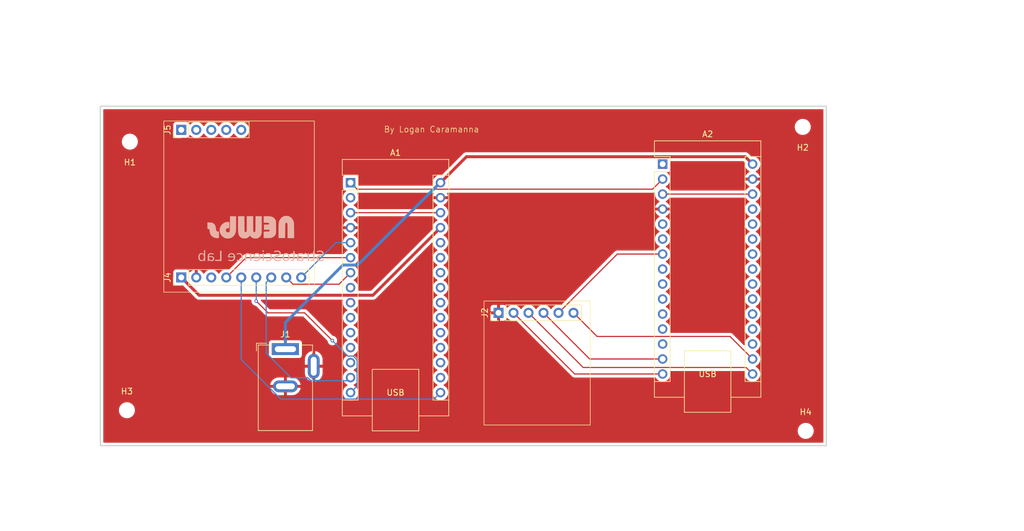
<source format=kicad_pcb>
(kicad_pcb (version 20241229) (generator "pcbnew") (generator_version "9.0")
  (title_block (title "Logan's StratoScience PCB"))
  (layers (0 "F.Cu" signal) (2 "B.Cu" signal) (13 "F.Paste" user) (15 "B.Paste" user) (5 "F.SilkS" user "F.Silkscreen") (7 "B.SilkS" user "B.Silkscreen") (1 "F.Mask" user) (3 "B.Mask" user) (25 "Edge.Cuts" user))
  (net 0 "")
  (net 1 "Earth")
  (net 2 "/A3")
  (net 3 "/~{RESET}")
  (net 4 "/D10")
  (net 5 "/NANO_VIN")
  (net 6 "+3.3V")
  (net 7 "/LORA_RST")
  (net 8 "/G0")
  (net 9 "/D6")
  (net 10 "/D8")
  (net 11 "/D9")
  (net 12 "/SCK")
  (net 13 "/A7")
  (net 14 "/D0{slash}RX")
  (net 15 "/A2")
  (net 16 "/AREF")
  (net 17 "/A0_TX")
  (net 18 "/A5")
  (net 19 "+5V")
  (net 20 "/LORA_CS")
  (net 21 "/D7")
  (net 22 "/A4")
  (net 23 "/A1")
  (net 24 "/MOSI")
  (net 25 "/A6")
  (net 26 "/SD_CS")
  (net 27 "/MISO")
  (net 28 "/A0")
  (net 35 "/D5")
  (net 36 "/A1_D2")
  (net 37 "/~{A1_RESET}")
  (net 38 "/A1_+5V")
  (net 39 "/A1_A2")
  (net 40 "/A1_D9")
  (net 41 "/A1_AREF")
  (net 42 "/A1_D5")
  (net 43 "/A1_A6")
  (net 44 "/A1_A0")
  (net 45 "/A1_D8")
  (net 46 "/A1_A1")
  (net 47 "/A1_A5")
  (net 48 "/A1_D3")
  (net 49 "/SD_MISO")
  (net 50 "/A1_A4")
  (net 51 "/A1_A3")
  (net 52 "/SD_SCK")
  (net 53 "/A1_D6")
  (net 54 "/A1_A7")
  (net 55 "/A1_D1{slash}TX")
  (net 56 "/A1_D10")
  (net 57 "/A1_D7")
  (net 58 "/SD_MOSI")
  (net 59 "A1_3V3")
  (footprint "Module:Arduino_Nano" (layer "F.Cu") (at 192.76 79.3)
    (property "Reference" "A2" (at 7.62 -5.08 0) (layer "F.SilkS"))
    (property "Value" "Arduino_Nano_v3.x")
    (fp_line (start -1.4 -3.94) (end -1.4 -1.27) (stroke (width 0.12)) (layer "F.SilkS"))
    (fp_line (start -1.4 1.27) (end -1.4 39.5) (stroke (width 0.12)) (layer "F.SilkS"))
    (fp_line (start -1.4 39.5) (end 3.68 39.5) (stroke (width 0.12)) (layer "F.SilkS"))
    (fp_line (start 1.27 -1.27) (end -1.4 -1.27) (stroke (width 0.12)) (layer "F.SilkS"))
    (fp_line (start 1.27 1.27) (end -1.4 1.27) (stroke (width 0.12)) (layer "F.SilkS"))
    (fp_line (start 1.27 1.27) (end 1.27 -1.27) (stroke (width 0.12)) (layer "F.SilkS"))
    (fp_line (start 1.27 1.27) (end 1.27 36.83) (stroke (width 0.12)) (layer "F.SilkS"))
    (fp_line (start 1.27 36.83) (end -1.4 36.83) (stroke (width 0.12)) (layer "F.SilkS"))
    (fp_line (start 3.68 31.62) (end 11.56 31.62) (stroke (width 0.12)) (layer "F.SilkS"))
    (fp_line (start 3.68 42.04) (end 3.68 31.62) (stroke (width 0.12)) (layer "F.SilkS"))
    (fp_line (start 11.56 31.62) (end 11.56 42.04) (stroke (width 0.12)) (layer "F.SilkS"))
    (fp_line (start 11.56 42.04) (end 3.68 42.04) (stroke (width 0.12)) (layer "F.SilkS"))
    (fp_line (start 13.97 -1.27) (end 13.97 36.83) (stroke (width 0.12)) (layer "F.SilkS"))
    (fp_line (start 13.97 -1.27) (end 16.64 -1.27) (stroke (width 0.12)) (layer "F.SilkS"))
    (fp_line (start 13.97 36.83) (end 16.64 36.83) (stroke (width 0.12)) (layer "F.SilkS"))
    (fp_line (start 16.64 -3.94) (end -1.4 -3.94) (stroke (width 0.12)) (layer "F.SilkS"))
    (fp_line (start 16.64 39.5) (end 11.56 39.5) (stroke (width 0.12)) (layer "F.SilkS"))
    (fp_line (start 16.64 39.5) (end 16.64 -3.94) (stroke (width 0.12)) (layer "F.SilkS"))
    (fp_text user "USB" (at 7.62 35.56 0) (layer "F.SilkS"))
    (pad "1" thru_hole rect (at 0 0) (size 1.6 1.6) (drill 1) (layers "*.Cu" "*.Mask") (net 55 "/A1_D1{slash}TX"))
    (pad "2" thru_hole oval (at 0 2.54) (size 1.6 1.6) (drill 1) (layers "*.Cu" "*.Mask") (net 17 "/A0_TX"))
    (pad "3" thru_hole oval (at 0 5.08) (size 1.6 1.6) (drill 1) (layers "*.Cu" "*.Mask") (net 37 "/~{A1_RESET}"))
    (pad "4" thru_hole oval (at 0 7.62) (size 1.6 1.6) (drill 1) (layers "*.Cu" "*.Mask") (net 1 "Earth"))
    (pad "5" thru_hole oval (at 0 10.16) (size 1.6 1.6) (drill 1) (layers "*.Cu" "*.Mask") (net 36 "/A1_D2"))
    (pad "6" thru_hole oval (at 0 12.7) (size 1.6 1.6) (drill 1) (layers "*.Cu" "*.Mask") (net 48 "/A1_D3"))
    (pad "7" thru_hole oval (at 0 15.24) (size 1.6 1.6) (drill 1) (layers "*.Cu" "*.Mask") (net 26 "/SD_CS"))
    (pad "8" thru_hole oval (at 0 17.78) (size 1.6 1.6) (drill 1) (layers "*.Cu" "*.Mask") (net 42 "/A1_D5"))
    (pad "9" thru_hole oval (at 0 20.32) (size 1.6 1.6) (drill 1) (layers "*.Cu" "*.Mask") (net 53 "/A1_D6"))
    (pad "10" thru_hole oval (at 0 22.86) (size 1.6 1.6) (drill 1) (layers "*.Cu" "*.Mask") (net 57 "/A1_D7"))
    (pad "11" thru_hole oval (at 0 25.4) (size 1.6 1.6) (drill 1) (layers "*.Cu" "*.Mask") (net 45 "/A1_D8"))
    (pad "12" thru_hole oval (at 0 27.94) (size 1.6 1.6) (drill 1) (layers "*.Cu" "*.Mask") (net 40 "/A1_D9"))
    (pad "13" thru_hole oval (at 0 30.48) (size 1.6 1.6) (drill 1) (layers "*.Cu" "*.Mask") (net 56 "/A1_D10"))
    (pad "14" thru_hole oval (at 0 33.02) (size 1.6 1.6) (drill 1) (layers "*.Cu" "*.Mask") (net 58 "/SD_MOSI"))
    (pad "15" thru_hole oval (at 0 35.56) (size 1.6 1.6) (drill 1) (layers "*.Cu" "*.Mask") (net 49 "/SD_MISO"))
    (pad "16" thru_hole oval (at 15.24 35.56) (size 1.6 1.6) (drill 1) (layers "*.Cu" "*.Mask") (net 52 "/SD_SCK"))
    (pad "17" thru_hole oval (at 15.24 33.02) (size 1.6 1.6) (drill 1) (layers "*.Cu" "*.Mask") (net 59 "A1_3V3"))
    (pad "18" thru_hole oval (at 15.24 30.48) (size 1.6 1.6) (drill 1) (layers "*.Cu" "*.Mask") (net 41 "/A1_AREF"))
    (pad "19" thru_hole oval (at 15.24 27.94) (size 1.6 1.6) (drill 1) (layers "*.Cu" "*.Mask") (net 44 "/A1_A0"))
    (pad "20" thru_hole oval (at 15.24 25.4) (size 1.6 1.6) (drill 1) (layers "*.Cu" "*.Mask") (net 46 "/A1_A1"))
    (pad "21" thru_hole oval (at 15.24 22.86) (size 1.6 1.6) (drill 1) (layers "*.Cu" "*.Mask") (net 39 "/A1_A2"))
    (pad "22" thru_hole oval (at 15.24 20.32) (size 1.6 1.6) (drill 1) (layers "*.Cu" "*.Mask") (net 51 "/A1_A3"))
    (pad "23" thru_hole oval (at 15.24 17.78) (size 1.6 1.6) (drill 1) (layers "*.Cu" "*.Mask") (net 50 "/A1_A4"))
    (pad "24" thru_hole oval (at 15.24 15.24) (size 1.6 1.6) (drill 1) (layers "*.Cu" "*.Mask") (net 47 "/A1_A5"))
    (pad "25" thru_hole oval (at 15.24 12.7) (size 1.6 1.6) (drill 1) (layers "*.Cu" "*.Mask") (net 43 "/A1_A6"))
    (pad "26" thru_hole oval (at 15.24 10.16) (size 1.6 1.6) (drill 1) (layers "*.Cu" "*.Mask") (net 54 "/A1_A7"))
    (pad "27" thru_hole oval (at 15.24 7.62) (size 1.6 1.6) (drill 1) (layers "*.Cu" "*.Mask") (net 38 "/A1_+5V"))
    (pad "28" thru_hole oval (at 15.24 5.08) (size 1.6 1.6) (drill 1) (layers "*.Cu" "*.Mask") (net 37 "/~{A1_RESET}"))
    (pad "29" thru_hole oval (at 15.24 2.54) (size 1.6 1.6) (drill 1) (layers "*.Cu" "*.Mask") (net 1 "Earth"))
    (pad "30" thru_hole oval (at 15.24 0) (size 1.6 1.6) (drill 1) (layers "*.Cu" "*.Mask") (net 5 "/NANO_VIN"))
  )
  (footprint "Connector_PinHeader_2.54mm:PinHeader_1x06_P2.54mm_Vertical" (layer "F.Cu") (at 164.96 104.5 90)
    (property "Reference" "J2" (at 0 -2.33 90) (layer "F.SilkS"))
    (property "Value" "SD Card")
    (fp_line (start -1.33 -1.33) (end 0 -1.33) (stroke (width 0.12)) (layer "F.SilkS"))
    (fp_line (start -1.33 0) (end -1.33 -1.33) (stroke (width 0.12)) (layer "F.SilkS"))
    (fp_line (start 1.33 1.27) (end 1.33 14.03) (stroke (width 0.12)) (layer "F.SilkS"))
    (fp_line (start -1.33 1.27) (end 1.33 1.27) (stroke (width 0.12)) (layer "F.SilkS"))
    (fp_line (start -1.33 1.27) (end -1.33 14.03) (stroke (width 0.12)) (layer "F.SilkS"))
    (fp_line (start -1.33 14.03) (end 1.33 14.03) (stroke (width 0.12)) (layer "F.SilkS"))
    (pad "1" thru_hole rect (at 0 0 90) (size 1.7 1.7) (drill 1) (layers "*.Cu" "*.Mask") (net 1 "Earth"))
    (pad "2" thru_hole oval (at 0 2.54 90) (size 1.7 1.7) (drill 1) (layers "*.Cu" "*.Mask") (net 49 "/SD_MISO"))
    (pad "3" thru_hole oval (at 0 5.08 90) (size 1.7 1.7) (drill 1) (layers "*.Cu" "*.Mask") (net 52 "/SD_SCK"))
    (pad "4" thru_hole oval (at 0 7.62 90) (size 1.7 1.7) (drill 1) (layers "*.Cu" "*.Mask") (net 58 "/SD_MOSI"))
    (pad "5" thru_hole oval (at 0 10.16 90) (size 1.7 1.7) (drill 1) (layers "*.Cu" "*.Mask") (net 26 "/SD_CS"))
    (pad "6" thru_hole oval (at 0 12.7 90) (size 1.7 1.7) (drill 1) (layers "*.Cu" "*.Mask") (net 59 "A1_3V3"))
  )
  (footprint "Module:Arduino_Nano" (layer "F.Cu") (at 139.89 82.45)
    (property "Reference" "A1" (at 7.62 -5.08 0) (layer "F.SilkS"))
    (property "Value" "Arduino Nano v3")
    (fp_line (start -1.4 -3.94) (end -1.4 -1.27) (stroke (width 0.12)) (layer "F.SilkS"))
    (fp_line (start -1.4 1.27) (end -1.4 39.5) (stroke (width 0.12)) (layer "F.SilkS"))
    (fp_line (start -1.4 39.5) (end 3.68 39.5) (stroke (width 0.12)) (layer "F.SilkS"))
    (fp_line (start 1.27 -1.27) (end -1.4 -1.27) (stroke (width 0.12)) (layer "F.SilkS"))
    (fp_line (start 1.27 1.27) (end -1.4 1.27) (stroke (width 0.12)) (layer "F.SilkS"))
    (fp_line (start 1.27 1.27) (end 1.27 -1.27) (stroke (width 0.12)) (layer "F.SilkS"))
    (fp_line (start 1.27 1.27) (end 1.27 36.83) (stroke (width 0.12)) (layer "F.SilkS"))
    (fp_line (start 1.27 36.83) (end -1.4 36.83) (stroke (width 0.12)) (layer "F.SilkS"))
    (fp_line (start 3.68 31.62) (end 11.56 31.62) (stroke (width 0.12)) (layer "F.SilkS"))
    (fp_line (start 3.68 42.04) (end 3.68 31.62) (stroke (width 0.12)) (layer "F.SilkS"))
    (fp_line (start 11.56 31.62) (end 11.56 42.04) (stroke (width 0.12)) (layer "F.SilkS"))
    (fp_line (start 11.56 42.04) (end 3.68 42.04) (stroke (width 0.12)) (layer "F.SilkS"))
    (fp_line (start 13.97 -1.27) (end 13.97 36.83) (stroke (width 0.12)) (layer "F.SilkS"))
    (fp_line (start 13.97 -1.27) (end 16.64 -1.27) (stroke (width 0.12)) (layer "F.SilkS"))
    (fp_line (start 13.97 36.83) (end 16.64 36.83) (stroke (width 0.12)) (layer "F.SilkS"))
    (fp_line (start 16.64 -3.94) (end -1.4 -3.94) (stroke (width 0.12)) (layer "F.SilkS"))
    (fp_line (start 16.64 39.5) (end 11.56 39.5) (stroke (width 0.12)) (layer "F.SilkS"))
    (fp_line (start 16.64 39.5) (end 16.64 -3.94) (stroke (width 0.12)) (layer "F.SilkS"))
    (fp_text user "USB" (at 7.62 35.56 0) (layer "F.SilkS"))
    (pad "1" thru_hole rect (at 0 0) (size 1.6 1.6) (drill 1) (layers "*.Cu" "*.Mask") (net 17 "/A0_TX"))
    (pad "2" thru_hole oval (at 0 2.54) (size 1.6 1.6) (drill 1) (layers "*.Cu" "*.Mask") (net 14 "/D0{slash}RX"))
    (pad "3" thru_hole oval (at 0 5.08) (size 1.6 1.6) (drill 1) (layers "*.Cu" "*.Mask") (net 3 "/~{RESET}"))
    (pad "4" thru_hole oval (at 0 7.62) (size 1.6 1.6) (drill 1) (layers "*.Cu" "*.Mask") (net 1 "Earth"))
    (pad "5" thru_hole oval (at 0 10.16) (size 1.6 1.6) (drill 1) (layers "*.Cu" "*.Mask") (net 7 "/LORA_RST"))
    (pad "6" thru_hole oval (at 0 12.7) (size 1.6 1.6) (drill 1) (layers "*.Cu" "*.Mask") (net 8 "/G0"))
    (pad "7" thru_hole oval (at 0 15.24) (size 1.6 1.6) (drill 1) (layers "*.Cu" "*.Mask") (net 20 "/LORA_CS"))
    (pad "8" thru_hole oval (at 0 17.78) (size 1.6 1.6) (drill 1) (layers "*.Cu" "*.Mask") (net 35 "/D5"))
    (pad "9" thru_hole oval (at 0 20.32) (size 1.6 1.6) (drill 1) (layers "*.Cu" "*.Mask") (net 9 "/D6"))
    (pad "10" thru_hole oval (at 0 22.86) (size 1.6 1.6) (drill 1) (layers "*.Cu" "*.Mask") (net 21 "/D7"))
    (pad "11" thru_hole oval (at 0 25.4) (size 1.6 1.6) (drill 1) (layers "*.Cu" "*.Mask") (net 10 "/D8"))
    (pad "12" thru_hole oval (at 0 27.94) (size 1.6 1.6) (drill 1) (layers "*.Cu" "*.Mask") (net 11 "/D9"))
    (pad "13" thru_hole oval (at 0 30.48) (size 1.6 1.6) (drill 1) (layers "*.Cu" "*.Mask") (net 4 "/D10"))
    (pad "14" thru_hole oval (at 0 33.02) (size 1.6 1.6) (drill 1) (layers "*.Cu" "*.Mask") (net 24 "/MOSI"))
    (pad "15" thru_hole oval (at 0 35.56) (size 1.6 1.6) (drill 1) (layers "*.Cu" "*.Mask") (net 27 "/MISO"))
    (pad "16" thru_hole oval (at 15.24 35.56) (size 1.6 1.6) (drill 1) (layers "*.Cu" "*.Mask") (net 12 "/SCK"))
    (pad "17" thru_hole oval (at 15.24 33.02) (size 1.6 1.6) (drill 1) (layers "*.Cu" "*.Mask") (net 6 "+3.3V"))
    (pad "18" thru_hole oval (at 15.24 30.48) (size 1.6 1.6) (drill 1) (layers "*.Cu" "*.Mask") (net 16 "/AREF"))
    (pad "19" thru_hole oval (at 15.24 27.94) (size 1.6 1.6) (drill 1) (layers "*.Cu" "*.Mask") (net 28 "/A0"))
    (pad "20" thru_hole oval (at 15.24 25.4) (size 1.6 1.6) (drill 1) (layers "*.Cu" "*.Mask") (net 23 "/A1"))
    (pad "21" thru_hole oval (at 15.24 22.86) (size 1.6 1.6) (drill 1) (layers "*.Cu" "*.Mask") (net 15 "/A2"))
    (pad "22" thru_hole oval (at 15.24 20.32) (size 1.6 1.6) (drill 1) (layers "*.Cu" "*.Mask") (net 2 "/A3"))
    (pad "23" thru_hole oval (at 15.24 17.78) (size 1.6 1.6) (drill 1) (layers "*.Cu" "*.Mask") (net 22 "/A4"))
    (pad "24" thru_hole oval (at 15.24 15.24) (size 1.6 1.6) (drill 1) (layers "*.Cu" "*.Mask") (net 18 "/A5"))
    (pad "25" thru_hole oval (at 15.24 12.7) (size 1.6 1.6) (drill 1) (layers "*.Cu" "*.Mask") (net 25 "/A6"))
    (pad "26" thru_hole oval (at 15.24 10.16) (size 1.6 1.6) (drill 1) (layers "*.Cu" "*.Mask") (net 13 "/A7"))
    (pad "27" thru_hole oval (at 15.24 7.62) (size 1.6 1.6) (drill 1) (layers "*.Cu" "*.Mask") (net 19 "+5V"))
    (pad "28" thru_hole oval (at 15.24 5.08) (size 1.6 1.6) (drill 1) (layers "*.Cu" "*.Mask") (net 3 "/~{RESET}"))
    (pad "29" thru_hole oval (at 15.24 2.54) (size 1.6 1.6) (drill 1) (layers "*.Cu" "*.Mask") (net 1 "Earth"))
    (pad "30" thru_hole oval (at 15.24 0) (size 1.6 1.6) (drill 1) (layers "*.Cu" "*.Mask") (net 5 "/NANO_VIN"))
  )
  (footprint "MountingHole:MountingHole_2.2mm_M2" (layer "F.Cu") (at 217 124.5)
    (property "Reference" "H4" (at 0 -3.2 0) (layer "F.SilkS"))
    (property "Value" "M2 Screwhole" (hide yes))
    (pad "" np_thru_hole circle (at 0 0) (size 2.2 2.2) (drill 2.2) (layers "*.Cu" "*.Mask"))
  )
  (footprint "Connector_PinHeader_2.54mm:PinHeader_1x09_P2.54mm_Vertical" (layer "F.Cu") (at 111.21 98.5 90)
    (property "Reference" "J4" (at 0 -2.33 90) (layer "F.SilkS"))
    (property "Value" "LoRa")
    (fp_line (start -1.33 -1.33) (end 0 -1.33) (stroke (width 0.12)) (layer "F.SilkS"))
    (fp_line (start -1.33 0) (end -1.33 -1.33) (stroke (width 0.12)) (layer "F.SilkS"))
    (fp_line (start 1.33 1.27) (end 1.33 21.65) (stroke (width 0.12)) (layer "F.SilkS"))
    (fp_line (start -1.33 1.27) (end 1.33 1.27) (stroke (width 0.12)) (layer "F.SilkS"))
    (fp_line (start -1.33 1.27) (end -1.33 21.65) (stroke (width 0.12)) (layer "F.SilkS"))
    (fp_line (start -1.33 21.65) (end 1.33 21.65) (stroke (width 0.12)) (layer "F.SilkS"))
    (pad "1" thru_hole rect (at 0 0 90) (size 1.7 1.7) (drill 1) (layers "*.Cu" "*.Mask") (net 19 "+5V"))
    (pad "2" thru_hole oval (at 0 2.54 90) (size 1.7 1.7) (drill 1) (layers "*.Cu" "*.Mask") (net 1 "Earth"))
    (pad "3" thru_hole oval (at 0 5.08 90) (size 1.7 1.7) (drill 1) (layers "*.Cu" "*.Mask"))
    (pad "4" thru_hole oval (at 0 7.62 90) (size 1.7 1.7) (drill 1) (layers "*.Cu" "*.Mask") (net 8 "/G0"))
    (pad "5" thru_hole oval (at 0 10.16 90) (size 1.7 1.7) (drill 1) (layers "*.Cu" "*.Mask") (net 12 "/SCK"))
    (pad "6" thru_hole oval (at 0 12.7 90) (size 1.7 1.7) (drill 1) (layers "*.Cu" "*.Mask") (net 27 "/MISO"))
    (pad "7" thru_hole oval (at 0 15.24 90) (size 1.7 1.7) (drill 1) (layers "*.Cu" "*.Mask") (net 24 "/MOSI"))
    (pad "8" thru_hole oval (at 0 17.78 90) (size 1.7 1.7) (drill 1) (layers "*.Cu" "*.Mask") (net 20 "/LORA_CS"))
    (pad "9" thru_hole oval (at 0 20.32 90) (size 1.7 1.7) (drill 1) (layers "*.Cu" "*.Mask") (net 7 "/LORA_RST"))
  )
  (footprint "MountingHole:MountingHole_2.2mm_M2" (layer "F.Cu") (at 216.5 73)
    (property "Reference" "H2" (at 0 3.5 0) (layer "F.SilkS"))
    (property "Value" "M2 Screwhole" (hide yes))
    (pad "" np_thru_hole circle (at 0 0) (size 2.2 2.2) (drill 2.2) (layers "*.Cu" "*.Mask"))
  )
  (footprint "Connector_BarrelJack:BarrelJack_GCT_DCJ200-10-A_Horizontal" (layer "F.Cu") (at 128.85 110.65)
    (property "Reference" "J1" (at 0 -2.5 0) (layer "F.SilkS"))
    (property "Value" "Arduino DC Jack (6-12v)" (hide yes))
    (fp_line (start -4.9 -1) (end -4.9 0.3) (stroke (width 0.12)) (layer "F.SilkS"))
    (fp_line (start -4.6 -0.7) (end -2.6 -0.7) (stroke (width 0.12)) (layer "F.SilkS"))
    (fp_line (start -4.6 13.8) (end -4.6 -0.7) (stroke (width 0.12)) (layer "F.SilkS"))
    (fp_line (start -3.2 -1) (end -4.9 -1) (stroke (width 0.12)) (layer "F.SilkS"))
    (fp_line (start 2.6 -0.7) (end 4.6 -0.7) (stroke (width 0.12)) (layer "F.SilkS"))
    (fp_line (start 4.6 -0.7) (end 4.6 0.6) (stroke (width 0.12)) (layer "F.SilkS"))
    (fp_line (start 4.6 5.2) (end 4.6 13.8) (stroke (width 0.12)) (layer "F.SilkS"))
    (fp_line (start 4.6 13.8) (end -4.6 13.8) (stroke (width 0.12)) (layer "F.SilkS"))
    (pad "1" thru_hole rect (at 0 0) (size 4.6 2) (drill oval 3.6 1) (layers "*.Cu" "*.Mask") (net 5 "/NANO_VIN"))
    (pad "2" thru_hole oval (at 0 6.3) (size 4.2 2) (drill oval 3.2 1) (layers "*.Cu" "*.Mask") (net 1 "Earth"))
    (pad "3" thru_hole oval (at 4.8 2.9) (size 2 4.2) (drill oval 1 3.2) (layers "*.Cu" "*.Mask") (net 1 "Earth"))
  )
  (footprint "Connector_PinHeader_2.54mm:PinHeader_1x05_P2.54mm_Vertical" (layer "F.Cu") (at 111.21 73.5 90)
    (property "Reference" "J5" (at 0 -2.33 90) (layer "F.SilkS"))
    (property "Value" "LoRa G pins")
    (fp_line (start -1.33 -1.33) (end 0 -1.33) (stroke (width 0.12)) (layer "F.SilkS"))
    (fp_line (start -1.33 0) (end -1.33 -1.33) (stroke (width 0.12)) (layer "F.SilkS"))
    (fp_line (start 1.33 1.27) (end 1.33 11.49) (stroke (width 0.12)) (layer "F.SilkS"))
    (fp_line (start -1.33 1.27) (end 1.33 1.27) (stroke (width 0.12)) (layer "F.SilkS"))
    (fp_line (start -1.33 1.27) (end -1.33 11.49) (stroke (width 0.12)) (layer "F.SilkS"))
    (fp_line (start -1.33 11.49) (end 1.33 11.49) (stroke (width 0.12)) (layer "F.SilkS"))
    (pad "1" thru_hole rect (at 0 0 90) (size 1.7 1.7) (drill 1) (layers "*.Cu" "*.Mask"))
    (pad "2" thru_hole oval (at 0 2.54 90) (size 1.7 1.7) (drill 1) (layers "*.Cu" "*.Mask"))
    (pad "3" thru_hole oval (at 0 5.08 90) (size 1.7 1.7) (drill 1) (layers "*.Cu" "*.Mask"))
    (pad "4" thru_hole oval (at 0 7.62 90) (size 1.7 1.7) (drill 1) (layers "*.Cu" "*.Mask"))
    (pad "5" thru_hole oval (at 0 10.16 90) (size 1.7 1.7) (drill 1) (layers "*.Cu" "*.Mask"))
  )
  (footprint "MountingHole:MountingHole_2.2mm_M2" (layer "F.Cu") (at 102 121)
    (property "Reference" "H3" (at 0 -3.2 0) (layer "F.SilkS"))
    (property "Value" "M2 Screwhole" (hide yes))
    (pad "" np_thru_hole circle (at 0 0) (size 2.2 2.2) (drill 2.2) (layers "*.Cu" "*.Mask"))
  )
  (footprint "MountingHole:MountingHole_2.2mm_M2" (layer "F.Cu") (at 102.5 75.5)
    (property "Reference" "H1" (at 0 3.5 0) (layer "F.SilkS"))
    (property "Value" "M2 Screwhole" (hide yes))
    (pad "" np_thru_hole circle (at 0 0) (size 2.2 2.2) (drill 2.2) (layers "*.Cu" "*.Mask"))
  )
  (footprint "LOGO" (layer "B.Cu") (at 123 90 180)
    (property "Reference" "G***" (hide yes))
    (property "Value" "LOGO" (hide yes))
    (fp_poly (pts (xy 7.365394 0.272792) (xy 7.365394 -0.272792) (xy 7.272131 -0.272792) (xy 7.187705 -0.295146) (xy 7.101559 -0.351203) (xy 7.032954 -0.424457) (xy 7.001152 -0.498402) (xy 7.000735 -0.505365) (xy 6.989442 -0.655219) (xy 6.963185 -0.824779) (xy 6.926696 -0.990419) (xy 6.884708 -1.128513) (xy 6.867454 -1.170701) (xy 6.743627 -1.371089) (xy 6.571918 -1.545112) (xy 6.361962 -1.685548) (xy 6.123396 -1.785177) (xy 6.007518 -1.815143) (xy 5.881588 -1.835205) (xy 5.746907 -1.846355) (xy 5.617839 -1.84872) (xy 5.508748 -1.842423) (xy 5.433996 -1.827591) (xy 5.408668 -1.809925) (xy 5.404186 -1.767874) (xy 5.401232 -1.676088) (xy 5.399937 -1.545437) (xy 5.400432 -1.38679) (xy 5.402042 -1.256763) (xy 5.410382 -0.742601) (xy 5.576542 -0.722323) (xy 5.719596 -0.686904) (xy 5.816071 -0.616939) (xy 5.873239 -0.505074) (xy 5.893273 -0.402179) (xy 5.926406 -0.149243) (xy 5.961938 0.052601) (xy 6.003259 0.212875) (xy 6.053757 0.341098) (xy 6.116822 0.446793) (xy 6.195841 0.539479) (xy 6.245154 0.586409) (xy 6.368465 0.681927) (xy 6.500201 0.748989) (xy 6.653566 0.791471) (xy 6.841763 0.813249) (xy 7.035462 0.818377) (xy 7.365394 0.818377)) (fill yes) (layer "B.SilkS"))
    (fp_poly (pts (xy -5.854793 1.923444) (xy -5.749143 1.917285) (xy -5.666731 1.902642) (xy -5.588874 1.875935) (xy -5.496888 1.833583) (xy -5.477571 1.824111) (xy -5.243026 1.675545) (xy -5.044292 1.48051) (xy -4.885252 1.244067) (xy -4.769789 0.971277) (xy -4.738536 0.86072) (xy -4.725366 0.80028) (xy -4.714551 0.731424) (xy -4.705855 0.64779) (xy -4.699042 0.543017) (xy -4.693879 0.410745) (xy -4.690131 0.244614) (xy -4.687561 0.038262) (xy -4.685935 -0.214672) (xy -4.685019 -0.520547) (xy -4.684896 -0.59105) (xy -4.682936 -1.833771) (xy -5.243675 -1.833771) (xy -5.804415 -1.833771) (xy -5.81957 -0.588096) (xy -5.823524 -0.266304) (xy -5.827376 0.000042) (xy -5.831935 0.216111) (xy -5.83801 0.387071) (xy -5.846409 0.518089) (xy -5.857941 0.614334) (xy -5.873413 0.680974) (xy -5.893635 0.723177) (xy -5.919415 0.74611) (xy -5.95156 0.754943) (xy -5.990881 0.754843) (xy -6.029148 0.751712) (xy -6.071498 0.746309) (xy -6.106673 0.734369) (xy -6.135348 0.710682) (xy -6.158197 0.670042) (xy -6.175894 0.60724) (xy -6.189115 0.517068) (xy -6.198534 0.394318) (xy -6.204825 0.233782) (xy -6.208663 0.030252) (xy -6.210722 -0.22148) (xy -6.211677 -0.526622) (xy -6.211893 -0.659248) (xy -6.213604 -1.848926) (xy -6.776362 -1.848926) (xy -7.33912 -1.848926) (xy -7.327897 -0.538007) (xy -7.324921 -0.215995) (xy -7.321832 0.051387) (xy -7.318361 0.270128) (xy -7.314242 0.446219) (xy -7.309206 0.58565) (xy -7.302986 0.694409) (xy -7.295314 0.778488) (xy -7.285923 0.843876) (xy -7.274544 0.896563) (xy -7.261877 0.939618) (xy -7.148188 1.218567) (xy -7.004971 1.447921) (xy -6.82762 1.633343) (xy -6.611531 1.7805) (xy -6.55379 1.810557) (xy -6.447108 1.861794) (xy -6.363763 1.894835) (xy -6.284514 1.913663) (xy -6.190115 1.922263) (xy -6.061325 1.924616) (xy -6.002367 1.924702)) (fill yes) (layer "B.SilkS"))
    (fp_poly (pts (xy -2.167184 1.864081) (xy -2.167184 1.318496) (xy -2.167184 0.772912) (xy -2.600266 0.757757) (xy -2.783256 0.750103) (xy -2.914244 0.740131) (xy -3.001847 0.725088) (xy -3.054682 0.702217) (xy -3.081366 0.668764) (xy -3.090516 0.621973) (xy -3.091183 0.600793) (xy -3.083319 0.545301) (xy -3.053195 0.505492) (xy -2.992767 0.478951) (xy -2.893991 0.463262) (xy -2.748823 0.45601) (xy -2.604518 0.454654) (xy -2.212649 0.454654) (xy -2.212649 0.015155) (xy -2.212649 -0.424344) (xy -2.661241 -0.424344) (xy -2.851436 -0.425678) (xy -2.989267 -0.431103) (xy -3.082961 -0.442747) (xy -3.140744 -0.46274) (xy -3.17084 -0.493213) (xy -3.181475 -0.536296) (xy -3.182113 -0.559224) (xy -3.178462 -0.613607) (xy -3.162908 -0.653579) (xy -3.127148 -0.681741) (xy -3.062883 -0.700699) (xy -2.961811 -0.713056) (xy -2.815631 -0.721414) (xy -2.64575 -0.727446) (xy -2.167184 -0.742601) (xy -2.167184 -1.288186) (xy -2.167184 -1.833771) (xy -2.727924 -1.839684) (xy -2.967102 -1.840336) (xy -3.153839 -1.83636) (xy -3.296165 -1.82734) (xy -3.402113 -1.81286) (xy -3.447772 -1.802423) (xy -3.691624 -1.710231) (xy -3.901239 -1.577899) (xy -4.069696 -1.411221) (xy -4.190077 -1.21599) (xy -4.212275 -1.162262) (xy -4.229605 -1.113525) (xy -4.243428 -1.065193) (xy -4.254069 -1.010216) (xy -4.261851 -0.941542) (xy -4.267099 -0.852121) (xy -4.270137 -0.734901) (xy -4.271288 -0.582833) (xy -4.270875 -0.388864) (xy -4.269224 -0.145945) (xy -4.267627 0.042921) (xy -4.265068 0.321073) (xy -4.262457 0.545533) (xy -4.259336 0.72323) (xy -4.255244 0.86109) (xy -4.24972 0.966041) (xy -4.242303 1.04501) (xy -4.232535 1.104926) (xy -4.219954 1.152715) (xy -4.2041 1.195305) (xy -4.188723 1.230351) (xy -4.099815 1.377257) (xy -3.972808 1.524325) (xy -3.82684 1.651748) (xy -3.710001 1.725855) (xy -3.563916 1.786736) (xy -3.391769 1.830606) (xy -3.185085 1.858648) (xy -2.93539 1.872041) (xy -2.658101 1.872402)) (fill yes) (layer "B.SilkS"))
    (fp_poly (pts (xy 3.546301 0.62136) (xy 3.550446 0.293851) (xy 3.554731 0.021554) (xy 3.559991 -0.200936) (xy 3.567061 -0.379022) (xy 3.576773 -0.518109) (xy 3.589964 -0.623602) (xy 3.607466 -0.700905) (xy 3.630114 -0.755422) (xy 3.658743 -0.792557) (xy 3.694187 -0.817716) (xy 3.737279 -0.836302) (xy 3.773206 -0.848548) (xy 3.914602 -0.869307) (xy 4.040712 -0.831916) (xy 4.151236 -0.739417) (xy 4.226372 -0.613533) (xy 4.242274 -0.477042) (xy 4.198441 -0.334332) (xy 4.197458 -0.332421) (xy 4.113595 -0.228672) (xy 3.993391 -0.172371) (xy 3.836048 -0.163285) (xy 3.697852 -0.186196) (xy 3.681116 -0.182648) (xy 3.668579 -0.157776) (xy 3.659443 -0.103876) (xy 3.652906 -0.013245) (xy 3.648167 0.12182) (xy 3.644425 0.309023) (xy 3.64407 0.331168) (xy 3.64198 0.53511) (xy 3.643298 0.685314) (xy 3.648397 0.788583) (xy 3.65765 0.851723) (xy 3.671431 0.881538) (xy 3.674381 0.883866) (xy 3.74125 0.902484) (xy 3.851373 0.908005) (xy 3.988952 0.901042) (xy 4.138192 0.882211) (xy 4.24358 0.861743) (xy 4.49334 0.775128) (xy 4.718462 0.638915) (xy 4.913901 0.460871) (xy 5.074613 0.248764) (xy 5.195553 0.010364) (xy 5.271676 -0.246562) (xy 5.297937 -0.514246) (xy 5.279288 -0.733066) (xy 5.201408 -1.016511) (xy 5.071954 -1.27225) (xy 4.895253 -1.494528) (xy 4.675631 -1.67759) (xy 4.489534 -1.783705) (xy 4.378688 -1.834269) (xy 4.288716 -1.867005) (xy 4.199246 -1.88631) (xy 4.089902 -1.89658) (xy 3.940334 -1.90221) (xy 3.769029 -1.903588) (xy 3.640528 -1.895852) (xy 3.537468 -1.87732) (xy 3.470129 -1.856655) (xy 3.203808 -1.733014) (xy 2.97959 -1.566558) (xy 2.796632 -1.356327) (xy 2.654086 -1.101359) (xy 2.555742 -0.818377) (xy 2.542443 -0.762034) (xy 2.531531 -0.698161) (xy 2.522769 -0.620431) (xy 2.51592 -0.522515) (xy 2.510748 -0.398087) (xy 2.507017 -0.240818) (xy 2.504489 -0.044382) (xy 2.502929 0.197549) (xy 2.502099 0.491303) (xy 2.501923 0.62136) (xy 2.500597 1.864081) (xy 3.015871 1.864081) (xy 3.531146 1.864081)) (fill yes) (layer "B.SilkS"))
    (fp_poly (pts (xy 1.630405 1.872353) (xy 2.167184 1.864081) (xy 2.175453 0.727446) (xy 2.177412 0.321753) (xy 2.176492 -0.028456) (xy 2.171988 -0.328279) (xy 2.163196 -0.582814) (xy 2.149414 -0.797157) (xy 2.129937 -0.976408) (xy 2.104062 -1.125663) (xy 2.071086 -1.25002) (xy 2.030305 -1.354576) (xy 1.981015 -1.44443) (xy 1.922514 -1.524679) (xy 1.854195 -1.600319) (xy 1.702716 -1.733608) (xy 1.545019 -1.823686) (xy 1.364535 -1.877533) (xy 1.144693 -1.902126) (xy 1.136635 -1.902517) (xy 0.909643 -1.899717) (xy 0.720976 -1.863835) (xy 0.554781 -1.788984) (xy 0.395204 -1.66928) (xy 0.322282 -1.600163) (xy 0.143998 -1.421878) (xy 0.095525 -1.491428) (xy -0.032518 -1.634087) (xy -0.202761 -1.762537) (xy -0.287947 -1.811461) (xy -0.37404 -1.851325) (xy -0.459811 -1.876528) (xy -0.564852 -1.89098) (xy -0.708753 -1.898591) (xy -0.727446 -1.899168) (xy -0.86237 -1.900355) (xy -0.981759 -1.896397) (xy -1.067445 -1.88811) (xy -1.091169 -1.882865) (xy -1.321789 -1.776761) (xy -1.517931 -1.623799) (xy -1.673532 -1.430671) (xy -1.782527 -1.20407) (xy -1.817404 -1.081422) (xy -1.82429 -1.020162) (xy -1.830589 -0.903801) (xy -1.836185 -0.737855) (xy -1.840962 -0.527842) (xy -1.844806 -0.279279) (xy -1.847601 0.002318) (xy -1.849233 0.31143) (xy -1.849558 0.459084) (xy -1.851344 1.864081) (xy -1.321215 1.872352) (xy -0.791087 1.880623) (xy -0.781999 0.581208) (xy -0.779673 0.253856) (xy -0.777214 -0.018025) (xy -0.77391 -0.239583) (xy -0.769054 -0.415965) (xy -0.761935 -0.552319) (xy -0.751844 -0.653791) (xy -0.73807 -0.72553) (xy -0.719905 -0.772683) (xy -0.696639 -0.800397) (xy -0.667563 -0.813819) (xy -0.631966 -0.818096) (xy -0.589139 -0.818377) (xy -0.589057 -0.818377) (xy -0.543694 -0.817809) (xy -0.505973 -0.812691) (xy -0.475191 -0.797903) (xy -0.450641 -0.768326) (xy -0.43162 -0.718841) (xy -0.417422 -0.644328) (xy -0.407341 -0.539666) (xy -0.400674 -0.399737) (xy -0.396715 -0.219421) (xy -0.394758 0.006402) (xy -0.394099 0.282851) (xy -0.394033 0.597794) (xy -0.394033 1.879236) (xy 0.151551 1.879236) (xy 0.697136 1.879236) (xy 0.697136 0.597794) (xy 0.697214 0.268385) (xy 0.697919 -0.005524) (xy 0.699956 -0.229051) (xy 0.704029 -0.407317) (xy 0.710843 -0.54544) (xy 0.721105 -0.648542) (xy 0.735518 -0.72174) (xy 0.754788 -0.770156) (xy 0.77962 -0.798907) (xy 0.810718 -0.813115) (xy 0.848789 -0.817899) (xy 0.89216 -0.818377) (xy 0.935005 -0.8181) (xy 0.970617 -0.813837) (xy 0.999705 -0.800441) (xy 1.022978 -0.772765) (xy 1.041143 -0.725661) (xy 1.054909 -0.653982) (xy 1.064985 -0.552581) (xy 1.07208 -0.41631) (xy 1.076902 -0.240022) (xy 1.080159 -0.018569) (xy 1.082561 0.253196) (xy 1.084815 0.580419) (xy 1.084821 0.581212) (xy 1.093627 1.880625)) (fill yes) (layer "B.SilkS"))
  )
  (gr_rect (start 162.5 102.5) (end 180.5 123.5) (stroke (width 0.1)) (fill no) (layer "F.SilkS"))
  (gr_rect (start 108.25 72) (end 133.75 101) (stroke (width 0.1)) (fill no) (layer "F.SilkS"))
  (gr_rect (start 97.5 69.5) (end 220.5 127) (stroke (width 0.2)) (fill no) (layer "Edge.Cuts"))
  (gr_text "By Logan Caramanna" (at 145.5 74 0) (layer "F.SilkS") (effects (font (size 1 1) (thickness 0.1)) (justify left bottom)))
  (gr_text "StratoScience Lab" (at 135.5 96 -0) (layer "B.SilkS") (effects (font (size 1.7 1.7) (thickness 0.1)) (justify left bottom mirror)))
  (segment (start 139.89 87.53) (end 155.13 87.53) (width 0.2) (layer "F.Cu") (net 3))
  (segment (start 206.749 78.049) (end 159.531 78.049) (width 0.5) (layer "F.Cu") (net 5))
  (segment (start 128.85 110.65) (end 128.85 110.15) (width 0.2) (layer "F.Cu") (net 5))
  (segment (start 159.531 78.049) (end 155.13 82.45) (width 0.5) (layer "F.Cu") (net 5))
  (segment (start 208 79.3) (end 206.749 78.049) (width 0.5) (layer "F.Cu") (net 5))
  (segment (start 141.099 96.401) (end 155.05 82.45) (width 0.5) (layer "B.Cu") (net 5))
  (segment (start 128.85 110.65) (end 128.85 106.15) (width 0.5) (layer "B.Cu") (net 5))
  (segment (start 138.599 96.401) (end 141.099 96.401) (width 0.5) (layer "B.Cu") (net 5))
  (segment (start 155.05 82.45) (end 155.13 82.45) (width 0.5) (layer "B.Cu") (net 5))
  (segment (start 128.85 110.15) (end 128.85 110.65) (width 0.2) (layer "B.Cu") (net 5))
  (segment (start 128.85 106.15) (end 138.599 96.401) (width 0.5) (layer "B.Cu") (net 5))
  (segment (start 137.42 92.61) (end 131.53 98.5) (width 0.2) (layer "B.Cu") (net 7))
  (segment (start 139.89 92.61) (end 137.42 92.61) (width 0.2) (layer "B.Cu") (net 7))
  (segment (start 118.83 98.5) (end 122.18 95.15) (width 0.2) (layer "F.Cu") (net 8))
  (segment (start 122.18 95.15) (end 139.89 95.15) (width 0.2) (layer "F.Cu") (net 8))
  (segment (start 128.071108 119.111) (end 154.029 119.111) (width 0.2) (layer "B.Cu") (net 12))
  (segment (start 121.37 112.409892) (end 128.071108 119.111) (width 0.2) (layer "B.Cu") (net 12))
  (segment (start 121.37 98.5) (end 121.37 112.409892) (width 0.2) (layer "B.Cu") (net 12))
  (segment (start 154.029 119.111) (end 155.13 118.01) (width 0.2) (layer "B.Cu") (net 12))
  (segment (start 140.991 83.551) (end 139.89 82.45) (width 0.2) (layer "F.Cu") (net 17))
  (segment (start 192.76 81.84) (end 191.049 83.551) (width 0.2) (layer "F.Cu") (net 17))
  (segment (start 191.049 83.551) (end 140.991 83.551) (width 0.2) (layer "F.Cu") (net 17))
  (segment (start 143.681 101.519) (end 155.13 90.07) (width 0.5) (layer "F.Cu") (net 19))
  (segment (start 111.21 98.5) (end 114.229 101.519) (width 0.5) (layer "F.Cu") (net 19))
  (segment (start 114.229 101.519) (end 143.681 101.519) (width 0.5) (layer "F.Cu") (net 19))
  (segment (start 130.141 99.651) (end 137.929 99.651) (width 0.2) (layer "F.Cu") (net 20))
  (segment (start 137.929 99.651) (end 139.89 97.69) (width 0.2) (layer "F.Cu") (net 20))
  (segment (start 128.99 98.5) (end 130.141 99.651) (width 0.2) (layer "F.Cu") (net 20))
  (segment (start 129.798 115.5) (end 132.660108 115.5) (width 0.2) (layer "B.Cu") (net 24))
  (segment (start 134.5 116) (end 139.36 116) (width 0.2) (layer "B.Cu") (net 24))
  (segment (start 125.6 111.302) (end 129.798 115.5) (width 0.2) (layer "B.Cu") (net 24))
  (segment (start 126.45 98.5) (end 125.6 99.35) (width 0.2) (layer "B.Cu") (net 24))
  (segment (start 125.6 99.35) (end 125.6 111.302) (width 0.2) (layer "B.Cu") (net 24))
  (segment (start 133.111108 115.951) (end 134.451 115.951) (width 0.2) (layer "B.Cu") (net 24))
  (segment (start 139.36 116) (end 139.89 115.47) (width 0.2) (layer "B.Cu") (net 24))
  (segment (start 134.451 115.951) (end 134.5 116) (width 0.2) (layer "B.Cu") (net 24))
  (segment (start 132.660108 115.5) (end 133.111108 115.951) (width 0.2) (layer "B.Cu") (net 24))
  (segment (start 192.76 94.54) (end 185.08 94.54) (width 0.2) (layer "F.Cu") (net 26))
  (segment (start 185.08 94.54) (end 175.12 104.5) (width 0.2) (layer "F.Cu") (net 26))
  (segment (start 123.91 102.5) (end 125.91 104.5) (width 0.2) (layer "F.Cu") (net 27))
  (segment (start 125.91 104.5) (end 132.10495 104.5) (width 0.2) (layer "F.Cu") (net 27))
  (segment (start 132.10495 104.5) (end 136.802475 109.197525) (width 0.2) (layer "F.Cu") (net 27))
  (via (at 136.802475 109.197525) (size 0.6) (drill 0.3) (layers "F.Cu" "B.Cu") (net 27))
  (via (at 123.91 102.5) (size 0.6) (drill 0.3) (layers "F.Cu" "B.Cu") (net 27))
  (segment (start 140.34605 111.829) (end 141 112.48295) (width 0.2) (layer "B.Cu") (net 27))
  (segment (start 136.802475 109.197525) (end 139.43395 111.829) (width 0.2) (layer "B.Cu") (net 27))
  (segment (start 141 116.9) (end 139.89 118.01) (width 0.2) (layer "B.Cu") (net 27))
  (segment (start 141 112.48295) (end 141 116.9) (width 0.2) (layer "B.Cu") (net 27))
  (segment (start 139.43395 111.829) (end 140.34605 111.829) (width 0.2) (layer "B.Cu") (net 27))
  (segment (start 123.91 102.5) (end 123.91 98.5) (width 0.2) (layer "B.Cu") (net 27))
  (segment (start 192.76 84.38) (end 208 84.38) (width 0.2) (layer "F.Cu") (net 37))
  (segment (start 177.86 114.86) (end 167.5 104.5) (width 0.2) (layer "F.Cu") (net 49))
  (segment (start 192.76 114.86) (end 177.86 114.86) (width 0.2) (layer "F.Cu") (net 49))
  (segment (start 208 114.86) (end 206.899 113.759) (width 0.2) (layer "F.Cu") (net 52))
  (segment (start 179.299 113.759) (end 170.04 104.5) (width 0.2) (layer "F.Cu") (net 52))
  (segment (start 206.899 113.759) (end 179.299 113.759) (width 0.2) (layer "F.Cu") (net 52))
  (segment (start 192.76 112.32) (end 180.4 112.32) (width 0.2) (layer "F.Cu") (net 58))
  (segment (start 180.4 112.32) (end 172.58 104.5) (width 0.2) (layer "F.Cu") (net 58))
  (segment (start 204.18 108.5) (end 181.66 108.5) (width 0.2) (layer "F.Cu") (net 59))
  (segment (start 181.66 108.5) (end 177.66 104.5) (width 0.2) (layer "F.Cu") (net 59))
  (segment (start 208 112.32) (end 204.18 108.5) (width 0.2) (layer "F.Cu") (net 59))
  (zone (net 1) (net_name "Earth") (layer "F.Cu") (connect_pads (clearance 0.5)) (min_thickness 0.25) (fill yes (thermal_gap 0.5) (thermal_bridge_width 0.5))
    (polygon (pts (xy 254 84) (xy 228.5 51.5) (xy 80.5 62.5) (xy 81.5 141) (xy 223 141.5)))
  )
)
</source>
